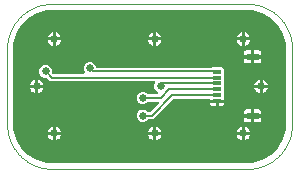
<source format=gtl>
G04 EAGLE Gerber RS-274X export*
G75*
%MOMM*%
%FSLAX35Y35*%
%LPD*%
%INcopper_top*%
%IPPOS*%
%AMOC8*
5,1,8,0,0,1.08239X$1,22.5*%
G01*
%ADD10C,0.000000*%
%ADD11R,0.700000X0.300000*%
%ADD12R,1.000000X0.600000*%
%ADD13C,0.650000*%
%ADD14C,0.200000*%

G36*
X2032208Y50027D02*
X2032208Y50027D01*
X2032830Y50028D01*
X2074377Y52751D01*
X2074807Y52834D01*
X2075243Y52838D01*
X2076833Y53156D01*
X2157095Y74662D01*
X2157884Y74984D01*
X2158705Y75212D01*
X2159940Y75823D01*
X2160040Y75864D01*
X2160075Y75890D01*
X2160158Y75931D01*
X2232118Y117477D01*
X2232798Y117993D01*
X2233531Y118425D01*
X2234563Y119332D01*
X2234653Y119400D01*
X2234681Y119436D01*
X2234748Y119496D01*
X2293504Y178251D01*
X2294026Y178924D01*
X2294624Y179532D01*
X2295388Y180679D01*
X2295454Y180764D01*
X2295472Y180805D01*
X2295523Y180881D01*
X2337069Y252842D01*
X2337400Y253629D01*
X2337819Y254369D01*
X2338259Y255673D01*
X2338302Y255775D01*
X2338308Y255819D01*
X2338338Y255905D01*
X2359843Y336167D01*
X2359903Y336599D01*
X2360040Y337015D01*
X2360249Y338623D01*
X2360423Y341274D01*
X2360423Y341275D01*
X2360423Y341277D01*
X2361255Y353973D01*
X2361256Y353975D01*
X2361256Y353976D01*
X2362088Y366672D01*
X2362088Y366674D01*
X2362088Y366676D01*
X2362172Y367960D01*
X2362160Y368169D01*
X2362199Y368791D01*
X2362199Y1028209D01*
X2362173Y1028417D01*
X2362172Y1029040D01*
X2360249Y1058377D01*
X2360166Y1058807D01*
X2360162Y1059243D01*
X2359843Y1060833D01*
X2338338Y1141095D01*
X2338016Y1141884D01*
X2337788Y1142705D01*
X2337177Y1143940D01*
X2337136Y1144040D01*
X2337110Y1144075D01*
X2337069Y1144158D01*
X2295523Y1216118D01*
X2295007Y1216798D01*
X2294575Y1217531D01*
X2293668Y1218563D01*
X2293599Y1218653D01*
X2293563Y1218681D01*
X2293504Y1218748D01*
X2234748Y1277504D01*
X2234076Y1278026D01*
X2233468Y1278624D01*
X2232321Y1279388D01*
X2232235Y1279454D01*
X2232195Y1279472D01*
X2232118Y1279523D01*
X2160158Y1321069D01*
X2159371Y1321400D01*
X2158631Y1321819D01*
X2157327Y1322259D01*
X2157225Y1322302D01*
X2157181Y1322308D01*
X2157095Y1322338D01*
X2076833Y1343843D01*
X2076401Y1343903D01*
X2075985Y1344040D01*
X2074377Y1344249D01*
X2032830Y1346972D01*
X2032622Y1346960D01*
X2032000Y1346999D01*
X381000Y1346999D01*
X380792Y1346973D01*
X380169Y1346972D01*
X338623Y1344249D01*
X338193Y1344166D01*
X337756Y1344162D01*
X336167Y1343843D01*
X255905Y1322338D01*
X255116Y1322016D01*
X254295Y1321788D01*
X253060Y1321177D01*
X252960Y1321136D01*
X252924Y1321110D01*
X252842Y1321069D01*
X180881Y1279523D01*
X180202Y1279007D01*
X179468Y1278575D01*
X178437Y1277668D01*
X178347Y1277599D01*
X178318Y1277563D01*
X178251Y1277504D01*
X119496Y1218748D01*
X118974Y1218076D01*
X118376Y1217468D01*
X117612Y1216321D01*
X117546Y1216235D01*
X117528Y1216195D01*
X117477Y1216118D01*
X75931Y1144158D01*
X75600Y1143371D01*
X75181Y1142631D01*
X74741Y1141327D01*
X74698Y1141225D01*
X74691Y1141181D01*
X74662Y1141095D01*
X53156Y1060833D01*
X53097Y1060401D01*
X52960Y1059985D01*
X52751Y1058377D01*
X50803Y1028664D01*
X50803Y1028663D01*
X50803Y1028661D01*
X50028Y1016831D01*
X50040Y1016622D01*
X50000Y1016000D01*
X50000Y381000D01*
X50027Y380792D01*
X50028Y380169D01*
X52751Y338623D01*
X52834Y338193D01*
X52838Y337756D01*
X53156Y336167D01*
X74662Y255905D01*
X74984Y255116D01*
X75212Y254295D01*
X75823Y253060D01*
X75864Y252960D01*
X75890Y252924D01*
X75931Y252842D01*
X117477Y180881D01*
X117993Y180202D01*
X118425Y179468D01*
X119332Y178437D01*
X119400Y178347D01*
X119436Y178318D01*
X119496Y178251D01*
X178251Y119496D01*
X178924Y118974D01*
X179532Y118376D01*
X180679Y117612D01*
X180764Y117546D01*
X180805Y117528D01*
X180881Y117477D01*
X252842Y75931D01*
X253629Y75600D01*
X254369Y75181D01*
X255673Y74741D01*
X255775Y74698D01*
X255819Y74691D01*
X255905Y74662D01*
X336167Y53156D01*
X336599Y53097D01*
X337015Y52960D01*
X338623Y52751D01*
X380169Y50028D01*
X380378Y50040D01*
X381000Y50000D01*
X2032000Y50000D01*
X2032208Y50027D01*
G37*
%LPC*%
G36*
X1139557Y397499D02*
X1139557Y397499D01*
X1120260Y405492D01*
X1105492Y420260D01*
X1097499Y439557D01*
X1097499Y460443D01*
X1105492Y479739D01*
X1120260Y494508D01*
X1139557Y502500D01*
X1160443Y502500D01*
X1179739Y494508D01*
X1190527Y483720D01*
X1191305Y483117D01*
X1192024Y482439D01*
X1192558Y482144D01*
X1193040Y481770D01*
X1193944Y481378D01*
X1194809Y480901D01*
X1195401Y480748D01*
X1195959Y480506D01*
X1196932Y480352D01*
X1197889Y480104D01*
X1198897Y480039D01*
X1199101Y480007D01*
X1199224Y480018D01*
X1199507Y480000D01*
X1207313Y480000D01*
X1208290Y480124D01*
X1209278Y480153D01*
X1209864Y480323D01*
X1210469Y480399D01*
X1211384Y480761D01*
X1212334Y481035D01*
X1212861Y481345D01*
X1213427Y481569D01*
X1214225Y482148D01*
X1215075Y482649D01*
X1215833Y483316D01*
X1216001Y483438D01*
X1216081Y483533D01*
X1216293Y483720D01*
X1280893Y548320D01*
X1281743Y549415D01*
X1282631Y550488D01*
X1282718Y550673D01*
X1282843Y550833D01*
X1283394Y552106D01*
X1283988Y553365D01*
X1284026Y553566D01*
X1284107Y553753D01*
X1284324Y555121D01*
X1284587Y556489D01*
X1284574Y556693D01*
X1284606Y556894D01*
X1284476Y558277D01*
X1284391Y559664D01*
X1284328Y559858D01*
X1284309Y560062D01*
X1283839Y561371D01*
X1283412Y562691D01*
X1283303Y562863D01*
X1283234Y563056D01*
X1282455Y564204D01*
X1281711Y565380D01*
X1281562Y565520D01*
X1281448Y565688D01*
X1280411Y566605D01*
X1279396Y567561D01*
X1279217Y567660D01*
X1279064Y567795D01*
X1277830Y568426D01*
X1276611Y569099D01*
X1276413Y569150D01*
X1276232Y569243D01*
X1274878Y569548D01*
X1273531Y569896D01*
X1273250Y569914D01*
X1273128Y569941D01*
X1272920Y569935D01*
X1271913Y569999D01*
X1199507Y569999D01*
X1198529Y569876D01*
X1197542Y569847D01*
X1196955Y569677D01*
X1196351Y569601D01*
X1195435Y569239D01*
X1194485Y568965D01*
X1193959Y568655D01*
X1193393Y568431D01*
X1192595Y567852D01*
X1191744Y567351D01*
X1190987Y566684D01*
X1190818Y566562D01*
X1190739Y566466D01*
X1190527Y566280D01*
X1179739Y555492D01*
X1160443Y547499D01*
X1139557Y547499D01*
X1120260Y555492D01*
X1105492Y570260D01*
X1097499Y589557D01*
X1097499Y610443D01*
X1105492Y629739D01*
X1120260Y644508D01*
X1139557Y652500D01*
X1160443Y652500D01*
X1179739Y644508D01*
X1190527Y633720D01*
X1191305Y633117D01*
X1192024Y632439D01*
X1192558Y632144D01*
X1193040Y631770D01*
X1193944Y631378D01*
X1194809Y630901D01*
X1195401Y630748D01*
X1195959Y630506D01*
X1196932Y630352D01*
X1197889Y630104D01*
X1198897Y630039D01*
X1199101Y630007D01*
X1199224Y630018D01*
X1199507Y630000D01*
X1267960Y630000D01*
X1268652Y630088D01*
X1269349Y630077D01*
X1270224Y630286D01*
X1271116Y630399D01*
X1271764Y630655D01*
X1272443Y630818D01*
X1273238Y631238D01*
X1274074Y631569D01*
X1274638Y631978D01*
X1275255Y632305D01*
X1275922Y632911D01*
X1276648Y633438D01*
X1277092Y633974D01*
X1277610Y634444D01*
X1278104Y635195D01*
X1278678Y635888D01*
X1278976Y636520D01*
X1279358Y637102D01*
X1279650Y637951D01*
X1280034Y638765D01*
X1280165Y639450D01*
X1280392Y640110D01*
X1280464Y641006D01*
X1280633Y641889D01*
X1280590Y642586D01*
X1280646Y643281D01*
X1280492Y644167D01*
X1280437Y645064D01*
X1280223Y645727D01*
X1280103Y646415D01*
X1279734Y647237D01*
X1279458Y648091D01*
X1279085Y648681D01*
X1278799Y649317D01*
X1278239Y650018D01*
X1277758Y650779D01*
X1277249Y651259D01*
X1276814Y651803D01*
X1276098Y652343D01*
X1275442Y652961D01*
X1274830Y653298D01*
X1274274Y653718D01*
X1272819Y654433D01*
X1270260Y655492D01*
X1255492Y670260D01*
X1247499Y689557D01*
X1247499Y710443D01*
X1253919Y725940D01*
X1254050Y726419D01*
X1254260Y726865D01*
X1254467Y727944D01*
X1254758Y729008D01*
X1254766Y729504D01*
X1254859Y729989D01*
X1254792Y731087D01*
X1254809Y732189D01*
X1254694Y732671D01*
X1254663Y733164D01*
X1254324Y734211D01*
X1254068Y735283D01*
X1253837Y735720D01*
X1253684Y736191D01*
X1253095Y737123D01*
X1252581Y738095D01*
X1252249Y738461D01*
X1251984Y738880D01*
X1251180Y739637D01*
X1250442Y740449D01*
X1250029Y740721D01*
X1249668Y741061D01*
X1248704Y741594D01*
X1247785Y742198D01*
X1247317Y742359D01*
X1246883Y742599D01*
X1245818Y742875D01*
X1244777Y743233D01*
X1244283Y743272D01*
X1243804Y743396D01*
X1242186Y743499D01*
X364573Y743499D01*
X338793Y769280D01*
X338015Y769883D01*
X337295Y770561D01*
X336761Y770856D01*
X336279Y771230D01*
X335375Y771621D01*
X334510Y772099D01*
X333918Y772252D01*
X333360Y772494D01*
X332388Y772648D01*
X331431Y772896D01*
X330423Y772960D01*
X330218Y772993D01*
X330096Y772981D01*
X329813Y772999D01*
X314557Y772999D01*
X295260Y780992D01*
X280492Y795760D01*
X272499Y815057D01*
X272499Y835943D01*
X280492Y855239D01*
X295260Y870008D01*
X314557Y878000D01*
X335443Y878000D01*
X354739Y870008D01*
X369508Y855239D01*
X377500Y835943D01*
X377500Y820687D01*
X377624Y819709D01*
X377653Y818722D01*
X377823Y818135D01*
X377899Y817531D01*
X378261Y816615D01*
X378535Y815666D01*
X378845Y815139D01*
X379069Y814573D01*
X379648Y813775D01*
X380149Y812924D01*
X380816Y812167D01*
X380938Y811998D01*
X381033Y811919D01*
X381220Y811707D01*
X385707Y807220D01*
X386485Y806617D01*
X387204Y805939D01*
X387739Y805644D01*
X388220Y805270D01*
X389125Y804878D01*
X389989Y804401D01*
X390581Y804248D01*
X391140Y804006D01*
X392112Y803852D01*
X393069Y803604D01*
X394077Y803539D01*
X394281Y803507D01*
X394404Y803518D01*
X394687Y803500D01*
X643429Y803500D01*
X643921Y803563D01*
X644414Y803539D01*
X645493Y803761D01*
X646585Y803899D01*
X647044Y804081D01*
X647530Y804181D01*
X648520Y804665D01*
X649543Y805069D01*
X649943Y805360D01*
X650388Y805577D01*
X651226Y806291D01*
X652117Y806938D01*
X652433Y807319D01*
X652810Y807640D01*
X653443Y808538D01*
X654147Y809388D01*
X654358Y809836D01*
X654643Y810240D01*
X655034Y811269D01*
X655503Y812265D01*
X655596Y812750D01*
X655772Y813214D01*
X655895Y814309D01*
X656102Y815389D01*
X656072Y815883D01*
X656127Y816375D01*
X655974Y817467D01*
X655906Y818564D01*
X655754Y819034D01*
X655685Y819525D01*
X655161Y821060D01*
X647499Y839557D01*
X647499Y860443D01*
X655492Y879739D01*
X670260Y894508D01*
X689557Y902500D01*
X710443Y902500D01*
X729739Y894508D01*
X744508Y879739D01*
X751507Y862840D01*
X751652Y862586D01*
X751742Y862308D01*
X752438Y861208D01*
X753083Y860077D01*
X753286Y859868D01*
X753442Y859620D01*
X754392Y858725D01*
X755296Y857792D01*
X755545Y857639D01*
X755758Y857439D01*
X756897Y856809D01*
X758008Y856128D01*
X758287Y856042D01*
X758543Y855901D01*
X759804Y855574D01*
X761048Y855191D01*
X761339Y855177D01*
X761622Y855104D01*
X763240Y855000D01*
X1725955Y855000D01*
X1726933Y855124D01*
X1727920Y855153D01*
X1728507Y855323D01*
X1729111Y855399D01*
X1730027Y855761D01*
X1730976Y856035D01*
X1731503Y856345D01*
X1732069Y856569D01*
X1732867Y857148D01*
X1733718Y857649D01*
X1734475Y858316D01*
X1734643Y858438D01*
X1734695Y858500D01*
X1821285Y858500D01*
X1833000Y846785D01*
X1833000Y608062D01*
X1833116Y607149D01*
X1833133Y606230D01*
X1833314Y605578D01*
X1833399Y604906D01*
X1833737Y604050D01*
X1833983Y603165D01*
X1834505Y602110D01*
X1834569Y601948D01*
X1834620Y601878D01*
X1834702Y601712D01*
X1836669Y598304D01*
X1838400Y591844D01*
X1838400Y586201D01*
X1778003Y586201D01*
X1778001Y586200D01*
X1777997Y586201D01*
X1716392Y586201D01*
X1716181Y586535D01*
X1716031Y586914D01*
X1715333Y587876D01*
X1714698Y588880D01*
X1714402Y589159D01*
X1714163Y589488D01*
X1713248Y590246D01*
X1712383Y591061D01*
X1712026Y591258D01*
X1711713Y591518D01*
X1710638Y592024D01*
X1709598Y592599D01*
X1709203Y592701D01*
X1708835Y592874D01*
X1707668Y593098D01*
X1706518Y593396D01*
X1705914Y593435D01*
X1705711Y593473D01*
X1705505Y593461D01*
X1704900Y593499D01*
X1416187Y593499D01*
X1415209Y593376D01*
X1414222Y593347D01*
X1413635Y593177D01*
X1413031Y593101D01*
X1412115Y592739D01*
X1411166Y592465D01*
X1410639Y592155D01*
X1410073Y591931D01*
X1409275Y591352D01*
X1408424Y590851D01*
X1407667Y590184D01*
X1407498Y590062D01*
X1407419Y589966D01*
X1407207Y589780D01*
X1237427Y419999D01*
X1199507Y419999D01*
X1198529Y419876D01*
X1197542Y419847D01*
X1196955Y419677D01*
X1196351Y419601D01*
X1195435Y419239D01*
X1194485Y418965D01*
X1193959Y418655D01*
X1193393Y418431D01*
X1192595Y417852D01*
X1191744Y417351D01*
X1190987Y416684D01*
X1190818Y416562D01*
X1190739Y416466D01*
X1190527Y416280D01*
X1179739Y405492D01*
X1160443Y397499D01*
X1139557Y397499D01*
G37*
%LPD*%
%LPC*%
G36*
X2092999Y463499D02*
X2092999Y463499D01*
X2092999Y503900D01*
X2131344Y503900D01*
X2137804Y502169D01*
X2143596Y498825D01*
X2148325Y494096D01*
X2151669Y488304D01*
X2153400Y481844D01*
X2153400Y463499D01*
X2092999Y463499D01*
G37*
%LPD*%
%LPC*%
G36*
X2092999Y963499D02*
X2092999Y963499D01*
X2092999Y1003900D01*
X2131344Y1003900D01*
X2137804Y1002169D01*
X2143596Y998825D01*
X2148325Y994096D01*
X2151669Y988304D01*
X2153400Y981844D01*
X2153400Y963499D01*
X2092999Y963499D01*
G37*
%LPD*%
%LPC*%
G36*
X2002599Y963499D02*
X2002599Y963499D01*
X2002599Y981844D01*
X2004330Y988304D01*
X2007674Y994096D01*
X2012403Y998825D01*
X2018195Y1002169D01*
X2024655Y1003900D01*
X2063000Y1003900D01*
X2063000Y963499D01*
X2002599Y963499D01*
G37*
%LPD*%
%LPC*%
G36*
X2002599Y463499D02*
X2002599Y463499D01*
X2002599Y481844D01*
X2004330Y488304D01*
X2007674Y494096D01*
X2012403Y498825D01*
X2018195Y502169D01*
X2024655Y503900D01*
X2063000Y503900D01*
X2063000Y463499D01*
X2002599Y463499D01*
G37*
%LPD*%
%LPC*%
G36*
X2092999Y893099D02*
X2092999Y893099D01*
X2092999Y933500D01*
X2153400Y933500D01*
X2153400Y915155D01*
X2151669Y908695D01*
X2148325Y902903D01*
X2143596Y898174D01*
X2137804Y894830D01*
X2131344Y893099D01*
X2092999Y893099D01*
G37*
%LPD*%
%LPC*%
G36*
X2092999Y393099D02*
X2092999Y393099D01*
X2092999Y433500D01*
X2153400Y433500D01*
X2153400Y415155D01*
X2151669Y408695D01*
X2148325Y402903D01*
X2143596Y398174D01*
X2137804Y394830D01*
X2131344Y393099D01*
X2092999Y393099D01*
G37*
%LPD*%
%LPC*%
G36*
X2024655Y893099D02*
X2024655Y893099D01*
X2018195Y894830D01*
X2012403Y898174D01*
X2007674Y902903D01*
X2004330Y908695D01*
X2002599Y915155D01*
X2002599Y933500D01*
X2063000Y933500D01*
X2063000Y893099D01*
X2024655Y893099D01*
G37*
%LPD*%
%LPC*%
G36*
X2024655Y393099D02*
X2024655Y393099D01*
X2018195Y394830D01*
X2012403Y398174D01*
X2007674Y402903D01*
X2004330Y408695D01*
X2002599Y415155D01*
X2002599Y433500D01*
X2063000Y433500D01*
X2063000Y393099D01*
X2024655Y393099D01*
G37*
%LPD*%
%LPC*%
G36*
X1262701Y1112701D02*
X1262701Y1112701D01*
X1262701Y1156508D01*
X1266888Y1155675D01*
X1277427Y1151310D01*
X1286910Y1144974D01*
X1294974Y1136910D01*
X1301310Y1127427D01*
X1305675Y1116888D01*
X1306508Y1112701D01*
X1262701Y1112701D01*
G37*
%LPD*%
%LPC*%
G36*
X412701Y1112701D02*
X412701Y1112701D01*
X412701Y1156508D01*
X416888Y1155675D01*
X427427Y1151310D01*
X436910Y1144974D01*
X444974Y1136910D01*
X451310Y1127427D01*
X455675Y1116888D01*
X456508Y1112701D01*
X412701Y1112701D01*
G37*
%LPD*%
%LPC*%
G36*
X2012701Y1112701D02*
X2012701Y1112701D01*
X2012701Y1156508D01*
X2016888Y1155675D01*
X2027427Y1151310D01*
X2036910Y1144974D01*
X2044974Y1136910D01*
X2051310Y1127427D01*
X2055675Y1116888D01*
X2056508Y1112701D01*
X2012701Y1112701D01*
G37*
%LPD*%
%LPC*%
G36*
X262701Y712701D02*
X262701Y712701D01*
X262701Y756508D01*
X266888Y755675D01*
X277427Y751310D01*
X286910Y744974D01*
X294974Y736910D01*
X301310Y727427D01*
X305675Y716888D01*
X306508Y712701D01*
X262701Y712701D01*
G37*
%LPD*%
%LPC*%
G36*
X2162701Y712701D02*
X2162701Y712701D01*
X2162701Y756508D01*
X2166888Y755675D01*
X2177427Y751310D01*
X2186910Y744974D01*
X2194974Y736910D01*
X2201310Y727427D01*
X2205675Y716888D01*
X2206508Y712701D01*
X2162701Y712701D01*
G37*
%LPD*%
%LPC*%
G36*
X1262701Y312701D02*
X1262701Y312701D01*
X1262701Y356508D01*
X1266888Y355675D01*
X1277427Y351310D01*
X1286910Y344974D01*
X1294974Y336910D01*
X1301310Y327427D01*
X1305675Y316888D01*
X1306508Y312701D01*
X1262701Y312701D01*
G37*
%LPD*%
%LPC*%
G36*
X412701Y312701D02*
X412701Y312701D01*
X412701Y356508D01*
X416888Y355675D01*
X427427Y351310D01*
X436910Y344974D01*
X444974Y336910D01*
X451310Y327427D01*
X455675Y316888D01*
X456508Y312701D01*
X412701Y312701D01*
G37*
%LPD*%
%LPC*%
G36*
X2012701Y312701D02*
X2012701Y312701D01*
X2012701Y356508D01*
X2016888Y355675D01*
X2027427Y351310D01*
X2036910Y344974D01*
X2044974Y336910D01*
X2051310Y327427D01*
X2055675Y316888D01*
X2056508Y312701D01*
X2012701Y312701D01*
G37*
%LPD*%
%LPC*%
G36*
X1262701Y1087299D02*
X1262701Y1087299D01*
X1306508Y1087299D01*
X1305675Y1083111D01*
X1301310Y1072573D01*
X1294974Y1063090D01*
X1286910Y1055026D01*
X1277427Y1048689D01*
X1266888Y1044324D01*
X1262701Y1043491D01*
X1262701Y1087299D01*
G37*
%LPD*%
%LPC*%
G36*
X412701Y1087299D02*
X412701Y1087299D01*
X456508Y1087299D01*
X455675Y1083111D01*
X451310Y1072573D01*
X444974Y1063090D01*
X436910Y1055026D01*
X427427Y1048689D01*
X416888Y1044324D01*
X412701Y1043491D01*
X412701Y1087299D01*
G37*
%LPD*%
%LPC*%
G36*
X193491Y712701D02*
X193491Y712701D01*
X194324Y716888D01*
X198689Y727427D01*
X205026Y736910D01*
X213090Y744974D01*
X222573Y751310D01*
X233111Y755675D01*
X237299Y756508D01*
X237299Y712701D01*
X193491Y712701D01*
G37*
%LPD*%
%LPC*%
G36*
X2093491Y712701D02*
X2093491Y712701D01*
X2094324Y716888D01*
X2098689Y727427D01*
X2105026Y736910D01*
X2113090Y744974D01*
X2122573Y751310D01*
X2133111Y755675D01*
X2137299Y756508D01*
X2137299Y712701D01*
X2093491Y712701D01*
G37*
%LPD*%
%LPC*%
G36*
X2162701Y687299D02*
X2162701Y687299D01*
X2206508Y687299D01*
X2205675Y683111D01*
X2201310Y672573D01*
X2194974Y663090D01*
X2186910Y655026D01*
X2177427Y648689D01*
X2166888Y644324D01*
X2162701Y643491D01*
X2162701Y687299D01*
G37*
%LPD*%
%LPC*%
G36*
X262701Y687299D02*
X262701Y687299D01*
X306508Y687299D01*
X305675Y683111D01*
X301310Y672573D01*
X294974Y663090D01*
X286910Y655026D01*
X277427Y648689D01*
X266888Y644324D01*
X262701Y643491D01*
X262701Y687299D01*
G37*
%LPD*%
%LPC*%
G36*
X343491Y1112701D02*
X343491Y1112701D01*
X344324Y1116888D01*
X348689Y1127427D01*
X355026Y1136910D01*
X363090Y1144974D01*
X372573Y1151310D01*
X383111Y1155675D01*
X387299Y1156508D01*
X387299Y1112701D01*
X343491Y1112701D01*
G37*
%LPD*%
%LPC*%
G36*
X1193491Y1112701D02*
X1193491Y1112701D01*
X1194324Y1116888D01*
X1198689Y1127427D01*
X1205026Y1136910D01*
X1213090Y1144974D01*
X1222573Y1151310D01*
X1233111Y1155675D01*
X1237299Y1156508D01*
X1237299Y1112701D01*
X1193491Y1112701D01*
G37*
%LPD*%
%LPC*%
G36*
X1943491Y1112701D02*
X1943491Y1112701D01*
X1944324Y1116888D01*
X1948689Y1127427D01*
X1955026Y1136910D01*
X1963090Y1144974D01*
X1972573Y1151310D01*
X1983111Y1155675D01*
X1987299Y1156508D01*
X1987299Y1112701D01*
X1943491Y1112701D01*
G37*
%LPD*%
%LPC*%
G36*
X2012701Y1087299D02*
X2012701Y1087299D01*
X2056508Y1087299D01*
X2055675Y1083111D01*
X2051310Y1072573D01*
X2044974Y1063090D01*
X2036910Y1055026D01*
X2027427Y1048689D01*
X2016888Y1044324D01*
X2012701Y1043491D01*
X2012701Y1087299D01*
G37*
%LPD*%
%LPC*%
G36*
X343491Y312701D02*
X343491Y312701D01*
X344324Y316888D01*
X348689Y327427D01*
X355026Y336910D01*
X363090Y344974D01*
X372573Y351310D01*
X383111Y355675D01*
X387299Y356508D01*
X387299Y312701D01*
X343491Y312701D01*
G37*
%LPD*%
%LPC*%
G36*
X1193491Y312701D02*
X1193491Y312701D01*
X1194324Y316888D01*
X1198689Y327427D01*
X1205026Y336910D01*
X1213090Y344974D01*
X1222573Y351310D01*
X1233111Y355675D01*
X1237299Y356508D01*
X1237299Y312701D01*
X1193491Y312701D01*
G37*
%LPD*%
%LPC*%
G36*
X1943491Y312701D02*
X1943491Y312701D01*
X1944324Y316888D01*
X1948689Y327427D01*
X1955026Y336910D01*
X1963090Y344974D01*
X1972573Y351310D01*
X1983111Y355675D01*
X1987299Y356508D01*
X1987299Y312701D01*
X1943491Y312701D01*
G37*
%LPD*%
%LPC*%
G36*
X2012701Y287299D02*
X2012701Y287299D01*
X2056508Y287299D01*
X2055675Y283111D01*
X2051310Y272573D01*
X2044974Y263090D01*
X2036910Y255026D01*
X2027427Y248689D01*
X2016888Y244324D01*
X2012701Y243491D01*
X2012701Y287299D01*
G37*
%LPD*%
%LPC*%
G36*
X1262701Y287299D02*
X1262701Y287299D01*
X1306508Y287299D01*
X1305675Y283111D01*
X1301310Y272573D01*
X1294974Y263090D01*
X1286910Y255026D01*
X1277427Y248689D01*
X1266888Y244324D01*
X1262701Y243491D01*
X1262701Y287299D01*
G37*
%LPD*%
%LPC*%
G36*
X412701Y287299D02*
X412701Y287299D01*
X456508Y287299D01*
X455675Y283111D01*
X451310Y272573D01*
X444974Y263090D01*
X436910Y255026D01*
X427427Y248689D01*
X416888Y244324D01*
X412701Y243491D01*
X412701Y287299D01*
G37*
%LPD*%
%LPC*%
G36*
X383111Y1044324D02*
X383111Y1044324D01*
X372573Y1048689D01*
X363090Y1055026D01*
X355026Y1063090D01*
X348689Y1072573D01*
X344324Y1083111D01*
X343491Y1087299D01*
X387299Y1087299D01*
X387299Y1043491D01*
X383111Y1044324D01*
G37*
%LPD*%
%LPC*%
G36*
X1233111Y1044324D02*
X1233111Y1044324D01*
X1222573Y1048689D01*
X1213090Y1055026D01*
X1205026Y1063090D01*
X1198689Y1072573D01*
X1194324Y1083111D01*
X1193491Y1087299D01*
X1237299Y1087299D01*
X1237299Y1043491D01*
X1233111Y1044324D01*
G37*
%LPD*%
%LPC*%
G36*
X1983111Y1044324D02*
X1983111Y1044324D01*
X1972573Y1048689D01*
X1963090Y1055026D01*
X1955026Y1063090D01*
X1948689Y1072573D01*
X1944324Y1083111D01*
X1943491Y1087299D01*
X1987299Y1087299D01*
X1987299Y1043491D01*
X1983111Y1044324D01*
G37*
%LPD*%
%LPC*%
G36*
X2133111Y644324D02*
X2133111Y644324D01*
X2122573Y648689D01*
X2113090Y655026D01*
X2105026Y663090D01*
X2098689Y672573D01*
X2094324Y683111D01*
X2093491Y687299D01*
X2137299Y687299D01*
X2137299Y643491D01*
X2133111Y644324D01*
G37*
%LPD*%
%LPC*%
G36*
X1983111Y244324D02*
X1983111Y244324D01*
X1972573Y248689D01*
X1963090Y255026D01*
X1955026Y263090D01*
X1948689Y272573D01*
X1944324Y283111D01*
X1943491Y287299D01*
X1987299Y287299D01*
X1987299Y243491D01*
X1983111Y244324D01*
G37*
%LPD*%
%LPC*%
G36*
X233111Y644324D02*
X233111Y644324D01*
X222573Y648689D01*
X213090Y655026D01*
X205026Y663090D01*
X198689Y672573D01*
X194324Y683111D01*
X193491Y687299D01*
X237299Y687299D01*
X237299Y643491D01*
X233111Y644324D01*
G37*
%LPD*%
%LPC*%
G36*
X1233111Y244324D02*
X1233111Y244324D01*
X1222573Y248689D01*
X1213090Y255026D01*
X1205026Y263090D01*
X1198689Y272573D01*
X1194324Y283111D01*
X1193491Y287299D01*
X1237299Y287299D01*
X1237299Y243491D01*
X1233111Y244324D01*
G37*
%LPD*%
%LPC*%
G36*
X383111Y244324D02*
X383111Y244324D01*
X372573Y248689D01*
X363090Y255026D01*
X355026Y263090D01*
X348689Y272573D01*
X344324Y283111D01*
X343491Y287299D01*
X387299Y287299D01*
X387299Y243491D01*
X383111Y244324D01*
G37*
%LPD*%
%LPC*%
G36*
X1790701Y533099D02*
X1790701Y533099D01*
X1790701Y560799D01*
X1838400Y560799D01*
X1838400Y555155D01*
X1836669Y548695D01*
X1833325Y542903D01*
X1828596Y538174D01*
X1822804Y534830D01*
X1816344Y533099D01*
X1790701Y533099D01*
G37*
%LPD*%
%LPC*%
G36*
X1739656Y533099D02*
X1739656Y533099D01*
X1733195Y534830D01*
X1727403Y538174D01*
X1722674Y542903D01*
X1719330Y548695D01*
X1717599Y555155D01*
X1717599Y560799D01*
X1765299Y560799D01*
X1765299Y533099D01*
X1739656Y533099D01*
G37*
%LPD*%
D10*
X0Y1016000D02*
X0Y381000D01*
X0Y1016000D02*
X111Y1025206D01*
X445Y1034407D01*
X1001Y1043598D01*
X1779Y1052772D01*
X2778Y1061924D01*
X3998Y1071050D01*
X5438Y1080144D01*
X7098Y1089200D01*
X8976Y1098214D01*
X11071Y1107179D01*
X13382Y1116092D01*
X15908Y1124945D01*
X18647Y1133735D01*
X21598Y1142457D01*
X24759Y1151104D01*
X28127Y1159673D01*
X31702Y1168158D01*
X35481Y1176554D01*
X39461Y1184856D01*
X43641Y1193060D01*
X48018Y1201160D01*
X52590Y1209152D01*
X57353Y1217031D01*
X62305Y1224793D01*
X67443Y1232433D01*
X72765Y1239946D01*
X78266Y1247329D01*
X83944Y1254577D01*
X89796Y1261685D01*
X95817Y1268650D01*
X102006Y1275467D01*
X108357Y1282133D01*
X114867Y1288643D01*
X121533Y1294994D01*
X128350Y1301183D01*
X135315Y1307204D01*
X142423Y1313056D01*
X149671Y1318734D01*
X157054Y1324235D01*
X164567Y1329557D01*
X172207Y1334695D01*
X179969Y1339647D01*
X187848Y1344410D01*
X195840Y1348982D01*
X203940Y1353359D01*
X212144Y1357539D01*
X220446Y1361519D01*
X228842Y1365298D01*
X237327Y1368873D01*
X245896Y1372241D01*
X254543Y1375402D01*
X263265Y1378353D01*
X272055Y1381092D01*
X280908Y1383618D01*
X289821Y1385929D01*
X298786Y1388024D01*
X307800Y1389902D01*
X316856Y1391562D01*
X325950Y1393002D01*
X335076Y1394222D01*
X344228Y1395221D01*
X353402Y1395999D01*
X362593Y1396555D01*
X371794Y1396889D01*
X381000Y1397000D01*
X0Y381000D02*
X111Y371794D01*
X445Y362593D01*
X1001Y353402D01*
X1779Y344228D01*
X2778Y335076D01*
X3998Y325950D01*
X5438Y316856D01*
X7098Y307800D01*
X8976Y298786D01*
X11071Y289821D01*
X13382Y280908D01*
X15908Y272055D01*
X18647Y263265D01*
X21598Y254543D01*
X24759Y245896D01*
X28127Y237327D01*
X31702Y228842D01*
X35481Y220446D01*
X39461Y212144D01*
X43641Y203940D01*
X48018Y195840D01*
X52590Y187848D01*
X57353Y179969D01*
X62305Y172207D01*
X67443Y164567D01*
X72765Y157054D01*
X78266Y149671D01*
X83944Y142423D01*
X89796Y135315D01*
X95817Y128350D01*
X102006Y121533D01*
X108357Y114867D01*
X114867Y108357D01*
X121533Y102006D01*
X128350Y95817D01*
X135315Y89796D01*
X142423Y83944D01*
X149671Y78266D01*
X157054Y72765D01*
X164567Y67443D01*
X172207Y62305D01*
X179969Y57353D01*
X187848Y52590D01*
X195840Y48018D01*
X203940Y43641D01*
X212144Y39461D01*
X220446Y35481D01*
X228842Y31702D01*
X237327Y28127D01*
X245896Y24759D01*
X254543Y21598D01*
X263265Y18647D01*
X272055Y15908D01*
X280908Y13382D01*
X289821Y11071D01*
X298786Y8976D01*
X307800Y7098D01*
X316856Y5438D01*
X325950Y3998D01*
X335076Y2778D01*
X344228Y1779D01*
X353402Y1001D01*
X362593Y445D01*
X371794Y111D01*
X381000Y0D01*
X2413000Y381000D02*
X2413000Y1016000D01*
X2413000Y381000D02*
X2412889Y371794D01*
X2412555Y362593D01*
X2411999Y353402D01*
X2411221Y344228D01*
X2410222Y335076D01*
X2409002Y325950D01*
X2407562Y316856D01*
X2405902Y307800D01*
X2404024Y298786D01*
X2401929Y289821D01*
X2399618Y280908D01*
X2397092Y272055D01*
X2394353Y263265D01*
X2391402Y254543D01*
X2388241Y245896D01*
X2384873Y237327D01*
X2381298Y228842D01*
X2377519Y220446D01*
X2373539Y212144D01*
X2369359Y203940D01*
X2364982Y195840D01*
X2360410Y187848D01*
X2355647Y179969D01*
X2350695Y172207D01*
X2345557Y164567D01*
X2340235Y157054D01*
X2334734Y149671D01*
X2329056Y142423D01*
X2323204Y135315D01*
X2317183Y128350D01*
X2310994Y121533D01*
X2304643Y114867D01*
X2298133Y108357D01*
X2291467Y102006D01*
X2284650Y95817D01*
X2277685Y89796D01*
X2270577Y83944D01*
X2263329Y78266D01*
X2255946Y72765D01*
X2248433Y67443D01*
X2240793Y62305D01*
X2233031Y57353D01*
X2225152Y52590D01*
X2217160Y48018D01*
X2209060Y43641D01*
X2200856Y39461D01*
X2192554Y35481D01*
X2184158Y31702D01*
X2175673Y28127D01*
X2167104Y24759D01*
X2158457Y21598D01*
X2149735Y18647D01*
X2140945Y15908D01*
X2132092Y13382D01*
X2123179Y11071D01*
X2114214Y8976D01*
X2105200Y7098D01*
X2096144Y5438D01*
X2087050Y3998D01*
X2077924Y2778D01*
X2068772Y1779D01*
X2059598Y1001D01*
X2050407Y445D01*
X2041206Y111D01*
X2032000Y0D01*
X2413000Y1016000D02*
X2412889Y1025206D01*
X2412555Y1034407D01*
X2411999Y1043598D01*
X2411221Y1052772D01*
X2410222Y1061924D01*
X2409002Y1071050D01*
X2407562Y1080144D01*
X2405902Y1089200D01*
X2404024Y1098214D01*
X2401929Y1107179D01*
X2399618Y1116092D01*
X2397092Y1124945D01*
X2394353Y1133735D01*
X2391402Y1142457D01*
X2388241Y1151104D01*
X2384873Y1159673D01*
X2381298Y1168158D01*
X2377519Y1176554D01*
X2373539Y1184856D01*
X2369359Y1193060D01*
X2364982Y1201160D01*
X2360410Y1209152D01*
X2355647Y1217031D01*
X2350695Y1224793D01*
X2345557Y1232433D01*
X2340235Y1239946D01*
X2334734Y1247329D01*
X2329056Y1254577D01*
X2323204Y1261685D01*
X2317183Y1268650D01*
X2310994Y1275467D01*
X2304643Y1282133D01*
X2298133Y1288643D01*
X2291467Y1294994D01*
X2284650Y1301183D01*
X2277685Y1307204D01*
X2270577Y1313056D01*
X2263329Y1318734D01*
X2255946Y1324235D01*
X2248433Y1329557D01*
X2240793Y1334695D01*
X2233031Y1339647D01*
X2225152Y1344410D01*
X2217160Y1348982D01*
X2209060Y1353359D01*
X2200856Y1357539D01*
X2192554Y1361519D01*
X2184158Y1365298D01*
X2175673Y1368873D01*
X2167104Y1372241D01*
X2158457Y1375402D01*
X2149735Y1378353D01*
X2140945Y1381092D01*
X2132092Y1383618D01*
X2123179Y1385929D01*
X2114214Y1388024D01*
X2105200Y1389902D01*
X2096144Y1391562D01*
X2087050Y1393002D01*
X2077924Y1394222D01*
X2068772Y1395221D01*
X2059598Y1395999D01*
X2050407Y1396555D01*
X2041206Y1396889D01*
X2032000Y1397000D01*
X381000Y1397000D01*
X381000Y0D02*
X2032000Y0D01*
D11*
X1778000Y723500D03*
X1778000Y673500D03*
X1778000Y623500D03*
X1778000Y773500D03*
X1778000Y823500D03*
X1778000Y573500D03*
D12*
X2078000Y448500D03*
X2078000Y948500D03*
D13*
X400000Y1100000D03*
X400000Y300000D03*
X2000000Y300000D03*
X2000000Y1100000D03*
X250000Y700000D03*
X2150000Y700000D03*
X1250000Y1100000D03*
X1250000Y300000D03*
D14*
X1398500Y623500D02*
X1778000Y623500D01*
D13*
X1150000Y450000D03*
D14*
X1225000Y450000D01*
X1398500Y623500D01*
X1373500Y673500D02*
X1778000Y673500D01*
D13*
X1150000Y600000D03*
D14*
X1300000Y600000D02*
X1373500Y673500D01*
X1300000Y600000D02*
X1150000Y600000D01*
X1323500Y723500D02*
X1778000Y723500D01*
X1323500Y723500D02*
X1300000Y700000D01*
D13*
X1300000Y700000D03*
X700000Y850000D03*
D14*
X725000Y825000D01*
X1776500Y825000D01*
X1778000Y823500D01*
D13*
X325000Y825500D03*
D14*
X377000Y773500D02*
X1778000Y773500D01*
X377000Y773500D02*
X325000Y825500D01*
M02*

</source>
